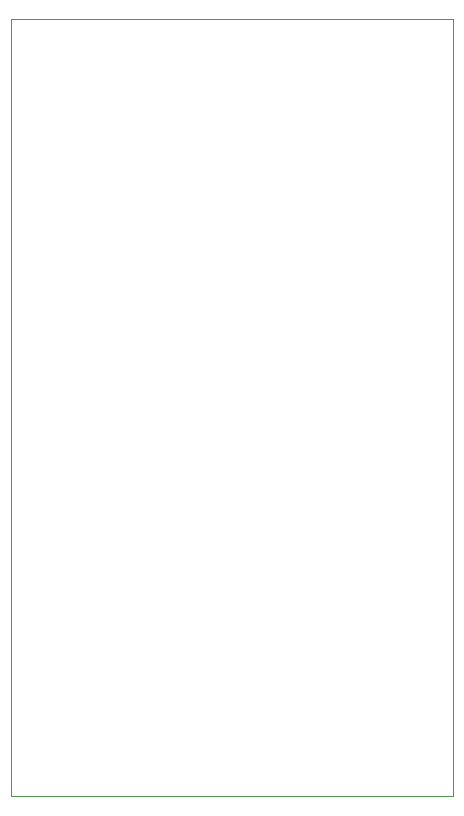
<source format=gbr>
%TF.GenerationSoftware,KiCad,Pcbnew,9.0.4*%
%TF.CreationDate,2026-01-06T17:14:03+01:00*%
%TF.ProjectId,Ampli_capteur_gaz,416d706c-695f-4636-9170-746575725f67,rev?*%
%TF.SameCoordinates,Original*%
%TF.FileFunction,Profile,NP*%
%FSLAX46Y46*%
G04 Gerber Fmt 4.6, Leading zero omitted, Abs format (unit mm)*
G04 Created by KiCad (PCBNEW 9.0.4) date 2026-01-06 17:14:03*
%MOMM*%
%LPD*%
G01*
G04 APERTURE LIST*
%TA.AperFunction,Profile*%
%ADD10C,0.050000*%
%TD*%
G04 APERTURE END LIST*
D10*
X160200000Y-19200000D02*
X197600000Y-19200000D01*
X197600000Y-85000000D01*
X160200000Y-85000000D01*
X160200000Y-19200000D01*
M02*

</source>
